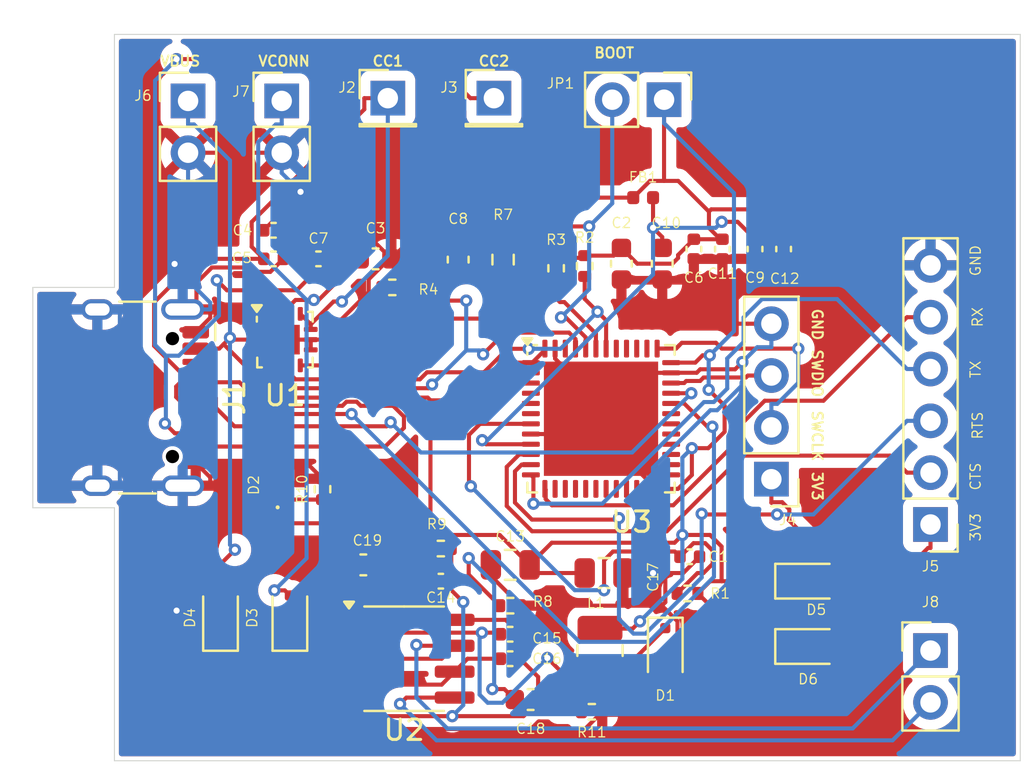
<source format=kicad_pcb>
(kicad_pcb (version 20241229) (generator "pcbnew") (generator_version "9.0")
  (layers (0 "F.Cu" signal) (2 "B.Cu" signal) (13 "F.Paste" user) (15 "B.Paste" user) (5 "F.SilkS" user "F.Silkscreen") (7 "B.SilkS" user "B.Silkscreen") (1 "F.Mask" user) (3 "B.Mask" user) (25 "Edge.Cuts" user))
  (net 0 "")
  (net 1 "GND")
  (net 2 "/VBUS")
  (net 3 "+3.3V")
  (net 4 "/NRST")
  (net 5 "Net-(U3-VDDA)")
  (net 6 "Net-(D1-K)")
  (net 7 "Net-(C18-Pad2)")
  (net 8 "/VIN")
  (net 9 "/VIN_ENA")
  (net 10 "/UART_RX")
  (net 11 "/UART_RTS")
  (net 12 "/UART_TX")
  (net 13 "/UART_CTS")
  (net 14 "/SWCLK")
  (net 15 "/SWDIO")
  (net 16 "/BOOT")
  (net 17 "/USB_DN")
  (net 18 "/USB_DP")
  (net 19 "/CC1")
  (net 20 "/CC2")
  (net 21 "/INT_N")
  (net 22 "/I2C_SDA")
  (net 23 "/I2C_SCL")
  (net 24 "/VCONN")
  (net 51 "Net-(D2-K)")
  (net 52 "Net-(D5-A)")
  (net 53 "Net-(U2-VSNS)")
  (net 54 "Net-(U2-PH)")
  (net 59 "Net-(D6-A)")
  (footprint "Connector_PinHeader_2.54mm:PinHeader_1x02_P2.54mm_Vertical" (layer "F.Cu") (at 117.8 77.26)
    (property "Reference" "J7")
    (property "Value" "VCONN_JP")
  )
  (footprint "Capacitor_SMD:C_0805_2012Metric" (layer "F.Cu") (at 129 100 180)
    (property "Reference" "C13")
    (property "Value" "47uF")
  )
  (footprint "Capacitor_SMD:C_0402_1005Metric" (layer "F.Cu") (at 125.6 100.8 180)
    (property "Reference" "C14")
    (property "Value" "1800pF")
  )
  (footprint "Resistor_SMD:R_0402_1005Metric" (layer "F.Cu") (at 129 102)
    (property "Reference" "R8")
    (property "Value" "549R")
  )
  (footprint "Capacitor_SMD:C_0603_1608Metric" (layer "F.Cu") (at 134.45 85.2375 -90)
    (property "Reference" "C2")
    (property "Value" "4.7uF")
  )
  (footprint "Capacitor_SMD:C_0603_1608Metric" (layer "F.Cu") (at 126.45 85.0375 90)
    (property "Reference" "C8")
    (property "Value" "4.7uF")
  )
  (footprint "Capacitor_SMD:C_0402_1005Metric" (layer "F.Cu") (at 141 84.52 -90)
    (property "Reference" "C9")
    (property "Value" "10nF")
  )
  (footprint "Capacitor_SMD:C_0805_2012Metric" (layer "F.Cu") (at 133.6 100.4)
    (property "Reference" "C17")
    (property "Value" "47uF")
  )
  (footprint "Package_DFN_QFN:QFN-48-1EP_7x7mm_P0.5mm_EP5.6x5.6mm" (layer "F.Cu") (at 133.45 92.8375)
    (property "Reference" "U3")
    (property "Value" "STM32F072CBUx")
  )
  (footprint "Resistor_SMD:R_0402_1005Metric" (layer "F.Cu") (at 125.6 99.2 180)
    (property "Reference" "R9")
    (property "Value" "10k")
  )
  (footprint "Inductor_SMD:L_1008_2520Metric" (layer "F.Cu") (at 133.4 104.2 90)
    (property "Reference" "L1")
    (property "Value" "18uH")
  )
  (footprint "Capacitor_SMD:C_0603_1608Metric" (layer "F.Cu") (at 122.4 85)
    (property "Reference" "C3")
    (property "Value" "10uF")
  )
  (footprint "Diode_SMD:D_SOD-323" (layer "F.Cu") (at 143.6 100.8)
    (property "Reference" "D5")
    (property "Value" "1N5819WS")
  )
  (footprint "Connector_PinHeader_2.54mm:PinHeader_1x04_P2.54mm_Vertical" (layer "F.Cu") (at 141.8 95.8 180)
    (property "Reference" "J4")
    (property "Value" "Debug Port")
  )
  (footprint "Connector_PinHeader_2.54mm:PinHeader_1x01_P2.54mm_Vertical" (layer "F.Cu") (at 123 77.125)
    (property "Reference" "J2")
    (property "Value" "CC1_TP")
  )
  (footprint "Connector_PinHeader_2.54mm:PinHeader_1x02_P2.54mm_Vertical" (layer "F.Cu") (at 149.6 104.2)
    (property "Reference" "J8")
    (property "Value" "VIN_ENA_JP")
  )
  (footprint "Resistor_SMD:R_0603_1608Metric" (layer "F.Cu") (at 128.65 85.0375 -90)
    (property "Reference" "R7")
    (property "Value" "100k")
  )
  (footprint "Resistor_SMD:R_0402_1005Metric" (layer "F.Cu") (at 123.22 86.4 180)
    (property "Reference" "R4")
    (property "Value" "4.7k")
  )
  (footprint "Capacitor_SMD:C_0402_1005Metric" (layer "F.Cu") (at 129 103.4 180)
    (property "Reference" "C15")
    (property "Value" "0.01uF")
  )
  (footprint "Package_DFN_QFN:WQFN-14-1EP_2.5x2.5mm_P0.5mm_EP1.45x1.45mm" (layer "F.Cu") (at 117.96 88.96)
    (property "Reference" "U1")
    (property "Value" "FUSB302BMPX")
  )
  (footprint "Resistor_SMD:R_0402_1005Metric" (layer "F.Cu") (at 133 107.2)
    (property "Reference" "R11")
    (property "Value" "5.9k")
  )
  (footprint "Resistor_SMD:R_0402_1005Metric" (layer "F.Cu") (at 137.69 101.4 180)
    (property "Reference" "R1")
    (property "Value" "10k")
  )
  (footprint "Inductor_SMD:L_0402_1005Metric" (layer "F.Cu") (at 135.515 82)
    (property "Reference" "FB1")
    (property "Value" "600R")
  )
  (footprint "Connector_PinHeader_2.54mm:PinHeader_1x02_P2.54mm_Vertical" (layer "F.Cu") (at 136.54 77.2 -90)
    (property "Reference" "JP1")
    (property "Value" "Boot_Jumper")
  )
  (footprint "Capacitor_SMD:C_0402_1005Metric" (layer "F.Cu") (at 137.8 99.6)
    (property "Reference" "C1")
    (property "Value" "10nF")
  )
  (footprint "Capacitor_SMD:C_0402_1005Metric" (layer "F.Cu") (at 129 104.6 180)
    (property "Reference" "C16")
    (property "Value" "150pF")
  )
  (footprint "Capacitor_SMD:C_0603_1608Metric" (layer "F.Cu") (at 130 106.6 180)
    (property "Reference" "C18")
    (property "Value" "0.1uF")
  )
  (footprint "Package_SO:SOIC-8_3.9x4.9mm_P1.27mm" (layer "F.Cu") (at 123.8 104.6)
    (property "Reference" "U2")
    (property "Value" "TPS5420D")
  )
  (footprint "Resistor_SMD:R_0402_1005Metric" (layer "F.Cu") (at 131.25 85.4625 -90)
    (property "Reference" "R3")
    (property "Value" "4.7k")
  )
  (footprint "Capacitor_SMD:C_0603_1608Metric" (layer "F.Cu") (at 121.8 100)
    (property "Reference" "C19")
    (property "Value" "4.7uF")
  )
  (footprint "Capacitor_SMD:C_0603_1608Metric" (layer "F.Cu") (at 136.45 85.2375 -90)
    (property "Reference" "C10")
    (property "Value" "1uF")
  )
  (footprint "Diode_SMD:D_SOD-323F" (layer "F.Cu") (at 136.6 104.2 -90)
    (property "Reference" "D1")
    (property "Value" "BAT54J")
  )
  (footprint "LED_SMD:LED_0402_1005Metric" (layer "F.Cu") (at 117.6 96.09 90)
    (property "Reference" "D2")
    (property "Value" "PWR_LED")
  )
  (footprint "Capacitor_SMD:C_0402_1005Metric" (layer "F.Cu") (at 139.4 84.52 -90)
    (property "Reference" "C11")
    (property "Value" "100nF")
  )
  (footprint "Resistor_SMD:R_0402_1005Metric" (layer "F.Cu") (at 132.65 85.3525 -90)
    (property "Reference" "R2")
    (property "Value" "4.7k")
  )
  (footprint "Connector_PinHeader_2.54mm:PinHeader_1x01_P2.54mm_Vertical" (layer "F.Cu") (at 128.2 77.125)
    (property "Reference" "J3")
    (property "Value" "CC2_TP")
  )
  (footprint "Capacitor_SMD:C_0402_1005Metric" (layer "F.Cu") (at 117.4 83.6)
    (property "Reference" "C4")
    (property "Value" "0.1uF")
  )
  (footprint "Diode_SMD:D_SOD-323F" (layer "F.Cu") (at 118.2 102.6 90)
    (property "Reference" "D3")
    (property "Value" "BAT54J")
  )
  (footprint "Resistor_SMD:R_0402_1005Metric" (layer "F.Cu") (at 119.8 96.29 90)
    (property "Reference" "R10")
    (property "Value" "1k")
  )
  (footprint "Capacitor_SMD:C_0402_1005Metric" (layer "F.Cu") (at 142.4 84.52 -90)
    (property "Reference" "C12")
    (property "Value" "100nF")
  )
  (footprint "Connector_PinHeader_2.54mm:PinHeader_1x02_P2.54mm_Vertical" (layer "F.Cu") (at 113.21 77.26)
    (property "Reference" "J6")
    (property "Value" "VBUS_JP")
  )
  (footprint "Diode_SMD:D_SOD-323F" (layer "F.Cu") (at 114.8 102.6 90)
    (property "Reference" "D4")
    (property "Value" "BAT54J")
  )
  (footprint "Capacitor_SMD:C_0402_1005Metric" (layer "F.Cu") (at 117.4 85)
    (property "Reference" "C5")
    (property "Value" "200pF")
  )
  (footprint "Capacitor_SMD:C_0402_1005Metric" (layer "F.Cu") (at 138 84.52 -90)
    (property "Reference" "C6")
    (property "Value" "100nF")
  )
  (footprint "Connector_PinHeader_2.54mm:PinHeader_1x06_P2.54mm_Vertical" (layer "F.Cu") (at 149.6 98.02 180)
    (property "Reference" "J5")
    (property "Value" "UART_Port")
  )
  (footprint "Capacitor_SMD:C_0402_1005Metric" (layer "F.Cu") (at 119.6 85)
    (property "Reference" "C7")
    (property "Value" "200pF")
  )
  (footprint "Connector_USB:USB_C_Receptacle_HCTL_HC-TYPE-C-16P-01A" (layer "F.Cu") (at 109.84 91.8 -90)
    (property "Reference" "J1")
    (property "Value" "USB_C_Receptacle_USB2.0_16P")
  )
  (footprint "Diode_SMD:D_SOD-323" (layer "F.Cu") (at 143.6 104)
    (property "Reference" "D6")
    (property "Value" "1N5819WS")
  )
  (gr_line (start 105.6 97.2) (end 109.6 97.2) (stroke (width 0.05)) (layer "Edge.Cuts"))
  (gr_line (start 109.6 74) (end 154 74) (stroke (width 0.05)) (layer "Edge.Cuts"))
  (gr_line (start 109.6 86.4) (end 105.6 86.4) (stroke (width 0.05)) (layer "Edge.Cuts"))
  (gr_line (start 154 74) (end 154 109.6) (stroke (width 0.05)) (layer "Edge.Cuts"))
  (gr_line (start 109.6 97.2) (end 109.6 109.6) (stroke (width 0.05)) (layer "Edge.Cuts"))
  (gr_line (start 109.6 109.6) (end 154 109.6) (stroke (width 0.05)) (layer "Edge.Cuts"))
  (gr_line (start 109.6 86.4) (end 109.6 74) (stroke (width 0.05)) (layer "Edge.Cuts"))
  (gr_line (start 105.6 86.4) (end 105.6 97.2) (stroke (width 0.05)) (layer "Edge.Cuts"))
  (gr_text "SWDIO" (at 143.755 89.39 270) (layer "F.SilkS") (effects (font (size 0.5 0.5) (thickness 0.1) (bold yes)) (justify left bottom)))
  (gr_text "BOOT" (at 133.065 75.2 0) (layer "F.SilkS") (effects (font (size 0.5 0.5) (thickness 0.1) (bold yes)) (justify left bottom)))
  (gr_text "CC1" (at 122.2 75.6 0) (layer "F.SilkS") (effects (font (size 0.5 0.5) (thickness 0.1) (bold yes)) (justify left bottom)))
  (gr_text "VBUS" (at 111.8 75.6 0) (layer "F.SilkS") (effects (font (size 0.5 0.5) (thickness 0.1) (bold yes)) (justify left bottom)))
  (gr_text "GND" (at 152.1 85.89 90) (layer "F.SilkS") (effects (font (size 0.5 0.5) (thickness 0.0625)) (justify left bottom)))
  (gr_text "TX" (at 152.1 90.89 90) (layer "F.SilkS") (effects (font (size 0.5 0.5) (thickness 0.0625)) (justify left bottom)))
  (gr_text "3V3" (at 152.1 98.89 90) (layer "F.SilkS") (effects (font (size 0.5 0.5) (thickness 0.0625)) (justify left bottom)))
  (gr_text "GND" (at 143.755 87.39 270) (layer "F.SilkS") (effects (font (size 0.5 0.5) (thickness 0.1) (bold yes)) (justify left bottom)))
  (gr_text "VCONN" (at 116.6 75.6 0) (layer "F.SilkS") (effects (font (size 0.5 0.5) (thickness 0.1) (bold yes)) (justify left bottom)))
  (gr_text "SWCLK" (at 143.755 92.39 270) (layer "F.SilkS") (effects (font (size 0.5 0.5) (thickness 0.1) (bold yes)) (justify left bottom)))
  (gr_text "3V3" (at 143.755 95.39 270) (layer "F.SilkS") (effects (font (size 0.5 0.5) (thickness 0.1) (bold yes)) (justify left bottom)))
  (gr_text "RX" (at 152.2 88.39 90) (layer "F.SilkS") (effects (font (size 0.5 0.5) (thickness 0.0625)) (justify left bottom)))
  (gr_text "CTS" (at 152.1 96.39 90) (layer "F.SilkS") (effects (font (size 0.5 0.5) (thickness 0.0625)) (justify left bottom)))
  (gr_text "CC2" (at 127.4 75.6 0) (layer "F.SilkS") (effects (font (size 0.5 0.5) (thickness 0.1) (bold yes)) (justify left bottom)))
  (gr_text "RTS" (at 152.2 93.89 90) (layer "F.SilkS") (effects (font (size 0.5 0.5) (thickness 0.0625)) (justify left bottom)))
  (segment (start 135.7 96.275) (end 135.7 95.8138) (width 0.2) (layer "F.Cu") (net 1))
  (segment (start 119.9974 105.87) (end 119.9974 106.8217) (width 0.2) (layer "F.Cu") (net 1))
  (segment (start 135.7 90.5875) (end 136.0249 90.5875) (width 0.2) (layer "F.Cu") (net 1))
  (segment (start 138 86.0125) (end 136.45 86.0125) (width 0.2) (layer "F.Cu") (net 1))
  (segment (start 141.8 88.18) (end 140.6483 88.18) (width 0.2) (layer "F.Cu") (net 1))
  (segment (start 119.8 95.78) (end 119.0061 94.9861) (width 0.2) (layer "F.Cu") (net 1))
  (segment (start 148.1283 85) (end 142.4 85) (width 0.2) (layer "F.Cu") (net 1))
  (segment (start 131.8966 90.5875) (end 131.2 89.8909) (width 0.2) (layer "F.Cu") (net 1))
  (segment (start 140.0249 90.4135) (end 138.3114 90.4135) (width 0.2) (layer "F.Cu") (net 1))
  (segment (start 141.57 85) (end 141 85) (width 0.2) (layer "F.Cu") (net 1))
  (segment (start 123.9125 84.2625) (end 123.175 85) (width 0.2) (layer "F.Cu") (net 1))
  (segment (start 138.3114 90.4135) (end 138.1407 90.5842) (width 0.2) (layer "F.Cu") (net 1))
  (segment (start 138 86.0125) (end 138 85) (width 0.2) (layer "F.Cu") (net 1))
  (segment (start 133.45 92.8375) (end 133.45 93.5875) (width 0.2) (layer "F.Cu") (net 1))
  (segment (start 110.3189 87.48) (end 112.5491 85.2498) (width 0.2) (layer "F.Cu") (net 1))
  (segment (start 114.3773 85.4238) (end 116.2431 85.4238) (width 0.2) (layer "F.Cu") (net 1))
  (segment (start 122.0646 86.6288) (end 122.0646 86.0015) (width 0.2) (layer "F.Cu") (net 1))
  (segment (start 117.96 88.96) (end 118.9867 88.96) (width 0.2) (layer "F.Cu") (net 1))
  (segment (start 113.6209 86.1802) (end 114.3773 85.4238) (width 0.2) (layer "F.Cu") (net 1))
  (segment (start 137.1982 102.7646) (end 137.1982 104.7018) (width 0.2) (layer "F.Cu") (net 1))
  (segment (start 136.4336 102) (end 136.6028 101.8308) (width 0.2) (layer "F.Cu") (net 1))
  (segment (start 114.2967 95.7117) (end 113.585 95) (width 0.2) (layer "F.Cu") (net 1))
  (segment (start 114.2967 96.12) (end 114.2967 95.7117) (width 0.2) (layer "F.Cu") (net 1))
  (segment (start 133.45 93.5875) (end 130.0125 93.5875) (width 0.2) (layer "F.Cu") (net 1))
  (segment (start 108.765 87.48) (end 110.3189 87.48) (width 0.2) (layer "F.Cu") (net 1))
  (segment (start 135.9995 100.4) (end 134.55 100.4) (width 0.2) (layer "F.Cu") (net 1))
  (segment (start 125.64 105.87) (end 126.275 105.235) (width 0.2) (layer "F.Cu") (net 1))
  (segment (start 117.2423 85.6377) (end 117.88 85) (width 0.2) (layer "F.Cu") (net 1))
  (segment (start 117.88 85) (end 117.88 83.6) (width 0.2) (layer "F.Cu") (net 1))
  (segment (start 129.51 102) (end 128.05 100.54) (width 0.2) (layer "F.Cu") (net 1))
  (segment (start 119.2225 88.96) (end 119.2225 89.46) (width 0.2) (layer "F.Cu") (net 1))
  (segment (start 126.91 104.6) (end 126.275 105.235) (width 0.2) (layer "F.Cu") (net 1))
  (segment (start 113.6209 87.48) (end 114.2967 87.48) (width 0.2) (layer "F.Cu") (net 1))
  (segment (start 118.9867 88.96) (end 119.2225 88.96) (width 0.2) (layer "F.Cu") (net 1))
  (segment (start 136.0249 90.5875) (end 136.8875 90.5875) (width 0.2) (layer "F.Cu") (net 1))
  (segment (start 141.57 85) (end 139.4 85) (width 0.2) (layer "F.Cu") (net 1))
  (segment (start 119.0061 94.9861) (end 115.0223 94.9861) (width 0.2) (layer "F.Cu") (net 1))
  (segment (start 112.6473 102.2415) (end 112.6473 102.4622) (width 0.2) (layer "F.Cu") (net 1))
  (segment (start 136.8908 90.5842) (end 136.8875 90.5875) (width 0.2) (layer "F.Cu") (net 1))
  (segment (start 119.7334 88.96) (end 122.0646 86.6288) (width 0.2) (layer "F.Cu") (net 1))
  (segment (start 123.175 85) (end 119.8903 81.7153) (width 0.2) (layer "F.Cu") (net 1))
  (segment (start 128.6 84.2625) (end 126.45 84.2625) (width 0.2) (layer "F.Cu") (net 1))
  (segment (start 115.0223 94.9861) (end 114.2967 95.7117) (width 0.2) (layer "F.Cu") (net 1))
  (segment (start 113.585 88.6) (end 114.2967 87.8883) (width 0.2) (layer "F.Cu") (net 1))
  (segment (start 140.3784 90.06) (end 140.0249 90.4135) (width 0.2) (layer "F.Cu") (net 1))
  (segment (start 117.8 79.8) (end 113.21 79.8) (width 0.2) (layer "F.Cu") (net 1))
  (segment (start 122.575 98.555) (end 119.8 95.78) (width 0.2) (layer "F.Cu") (net 1))
  (segment (start 129.51 102) (end 136.4336 102) (width 0.2) (layer "F.Cu") (net 1))
  (segment (start 114.2967 87.8883) (end 114.2967 87.48) (width 0.2) (layer "F.Cu") (net 1))
  (segment (start 136.45 86.0125) (end 134.45 86.0125) (width 0.2) (layer "F.Cu") (net 1))
  (segment (start 132.6649 108.0451) (end 133.51 107.2) (width 0.2) (layer "F.Cu") (net 1))
  (segment (start 136.4336 102) (end 137.1982 102.7646) (width 0.2) (layer "F.Cu") (net 1))
  (segment (start 136.0249 90.5875) (end 131.8966 90.5875) (width 0.2) (layer "F.Cu") (net 1))
  (segment (start 122.0646 86.0015) (end 123.0661 85) (width 0.2) (layer "F.Cu") (net 1))
  (segment (start 108.765 96.12) (end 112.945 96.12) (width 0.2) (layer "F.Cu") (net 1))
  (segment (start 112.945 87.48) (end 113.6209 87.48) (width 0.2) (layer "F.Cu") (net 1))
  (segment (start 128.52 104.6) (end 126.91 104.6) (width 0.2) (layer "F.Cu") (net 1))
  (segment (start 136.6028 100.4) (end 135.9995 100.4) (width 0.2) (layer "F.Cu") (net 1))
  (segment (start 128.65 84.2125) (end 128.6 84.2625) (width 0.2) (layer "F.Cu") (net 1))
  (segment (start 119.9974 106.8217) (end 121.2208 108.0451) (width 0.2) (layer "F.Cu") (net 1))
  (segment (start 126.45 84.2625) (end 123.9125 84.2625) (width 0.2) (layer "F.Cu") (net 1))
  (segment (start 135.7 95.8138) (end 133.4737 93.5875) (width 0.2) (layer "F.Cu") (net 1))
  (segment (start 123.0661 85) (end 123.175 85) (width 0.2) (layer "F.Cu") (net 1))
  (segment (start 140.1675 88.18) (end 140.6483 88.18) (width 0.2) (layer "F.Cu") (net 1))
  (segment (start 139.4 85) (end 138 85) (width 0.2) (layer "F.Cu") (net 1))
  (segment (start 137.48 100.4) (end 136.6028 100.4) (width 0.2) (layer "F.Cu") (net 1))
  (segment (start 149.6 85.32) (end 148.4483 85.32) (width 0.2) (layer "F.Cu") (net 1))
  (segment (start 122.575 100) (end 122.575 98.555) (width 0.2) (layer "F.Cu") (net 1))
  (segment (start 116.0551 105.87) (end 119.9974 105.87) (width 0.2) (layer "F.Cu") (net 1))
  (segment (start 137.1982 104.7018) (end 136.6 105.3) (width 0.2) (layer "F.Cu") (net 1))
  (segment (start 116.457 85.6377) (end 117.2423 85.6377) (width 0.2) (layer "F.Cu") (net 1))
  (segment (start 121.2208 108.0451) (end 132.6649 108.0451) (width 0.2) (layer "F.Cu") (net 1))
  (segment (start 135.41 105.3) (end 133.51 107.2) (width 0.2) (layer "F.Cu") (net 1))
  (segment (start 138.1407 90.5842) (end 136.8908 90.5842) (width 0.2) (layer "F.Cu") (net 1))
  (segment (start 128.05 100.54) (end 128.05 100) (width 0.2) (layer "F.Cu") (net 1))
  (segment (start 133.45 92.8375) (end 135.7 90.5875) (width 0.2) (layer "F.Cu") (net 1))
  (segment (start 142.4 85) (end 141.57 85) (width 0.2) (layer "F.Cu") (net 1))
  (segment (start 112.945 96.12) (end 114.2967 96.12) (width 0.2) (layer "F.Cu") (net 1))
  (segment (start 138 86.0125) (end 140.1675 88.18) (width 0.2) (layer "F.Cu") (net 1))
  (segment (start 133.4737 93.5875) (end 133.45 93.5875) (width 0.2) (layer "F.Cu") (net 1))
  (segment (start 138.28 99.6) (end 137.48 100.4) (width 0.2) (layer "F.Cu") (net 1))
  (segment (start 119.2225 88.96) (end 119.7334 88.96) (width 0.2) (layer "F.Cu") (net 1))
  (segment (start 119.12 85) (end 117.88 85) (width 0.2) (layer "F.Cu") (net 1))
  (segment (start 131.2 89.8909) (end 131.2 89.4) (width 0.2) (layer "F.Cu") (net 1))
  (segment (start 113.6209 87.48) (end 113.6209 86.1802) (width 0.2) (layer "F.Cu") (net 1))
  (segment (start 148.4483 85.32) (end 148.1283 85) (width 0.2) (layer "F.Cu") (net 1))
  (segment (start 116.2431 85.4238) (end 116.457 85.6377) (width 0.2) (layer "F.Cu") (net 1))
  (segment (start 119.8903 81.7153) (end 118.7224 81.7153) (width 0.2) (layer "F.Cu") (net 1))
  (segment (start 119.9974 105.87) (end 125.64 105.87) (width 0.2) (layer "F.Cu") (net 1))
  (segment (start 136.6 105.3) (end 135.41 105.3) (width 0.2) (layer "F.Cu") (net 1))
  (segment (start 112.6473 102.4622) (end 116.0551 105.87) (width 0.2) (layer "F.Cu") (net 1))
  (segment (start 136.6028 100.4) (end 136.6028 101.8308) (width 0.2) (layer "F.Cu") (net 1))
  (via (at 112.5491 85.2498) (size 0.6) (drill 0.3) (layers "F.Cu" "B.Cu") (net 1))
  (via (at 118.7224 81.7153) (size 0.6) (drill 0.3) (layers "F.Cu" "B.Cu") (net 1))
  (via (at 140.3784 90.06) (size 0.6) (drill 0.3) (layers "F.Cu" "B.Cu") (net 1))
  (via (at 135.9995 100.4) (size 0.6) (drill 0.3) (layers "F.Cu" "B.Cu") (net 1))
  (via (at 112.6473 102.2415) (size 0.6) (drill 0.3) (layers "F.Cu" "B.Cu") (net 1))
  (segment (start 141.8 88.18) (end 141.8 89.3317) (width 0.2) (layer "B.Cu") (net 1))
  (segment (start 135.9995 95.2299) (end 138.809 92.4204) (width 0.2) (layer "B.Cu") (net 1))
  (segment (start 112.5491 85.2498) (end 112.8083 85.2498) (width 0.2) (layer "B.Cu") (net 1))
  (segment (start 141.1067 89.3317) (end 140.3784 90.06) (width 0.2) (layer "B.Cu") (net 1))
  (segment (start 113.21 86.0613) (end 113.2101 86.0613) (width 0.2) (layer "B.Cu") (net 1))
  (segment (start 113.2101 86.0613) (end 114.2967 87.1479) (width 0.2) (layer "B.Cu") (net 1))
  (segment (start 118.7224 81.7153) (end 117.8 80.7929) (width 0.2) (layer "B.Cu") (net 1))
  (segment (start 140.3784 91.1844) (end 140.3784 90.06) (width 0.2) (layer "B.Cu") (net 1))
  (segment (start 141.8 89.3317) (end 141.1067 89.3317) (width 0.2) (layer "B.Cu") (net 1))
  (segment (start 111.5933 101.1875) (end 112.6473 102.2415) (width 0.2) (layer "B.Cu") (net 1))
  (segment (start 109.8667 96.12) (end 109.8667 87.48) (width 0.2) (layer "B.Cu") (net 1))
  (segment (start 138.809 92.4204) (end 139.1424 92.4204) (width 0.2) (layer "B.Cu") (net 1))
  (segment (start 113.21 85.6515) (end 113.21 86.0613) (width 0.2) (layer "B.Cu") (net 1))
  (segment (start 112.8083 85.2498) (end 113.21 85.6515) (width 0.2) (layer "B.Cu") (net 1))
  (segment (start 108.765 87.48) (end 109.8667 87.48) (width 0.2) (layer "B.Cu") (net 1))
  (segment (start 112.945 87.48) (end 114.2967 87.48) (width 0.2) (layer "B.Cu") (net 1))
  (segment (start 117.8 80.7929) (end 117.8 79.8) (width 0.2) (layer "B.Cu") (net 1))
  (segment (start 108.765 96.12) (end 109.8667 96.12) (width 0.2) (layer "B.Cu") (net 1))
  (segment (start 112.8083 85.2498) (end 113.21 84.8481) (width 0.2) (layer "B.Cu") (net 1))
  (segment (start 111.5933 96.12) (end 111.5933 101.1875) (width 0.2) (layer "B.Cu") (net 1))
  (segment (start 135.9995 100.4) (end 135.9995 95.2299) (width 0.2) (layer "B.Cu") (net 1))
  (segment (start 114.2967 87.1479) (end 114.2967 87.48) (width 0.2) (layer "B.Cu") (net 1))
  (segment (start 112.945 96.12) (end 111.5933 96.12) (width 0.2) (layer "B.Cu") (net 1))
  (segment (start 113.21 84.8481) (end 113.21 79.8) (width 0.2) (layer "B.Cu") (net 1))
  (segment (start 139.1424 92.4204) (end 140.3784 91.1844) (width 0.2) (layer "B.Cu") (net 1))
  (segment (start 115.5062 99.2581) (end 114.8 99.9643) (width 0.2) (layer "F.Cu") (net 2))
  (segment (start 114.8 99.9643) (end 114.8 101.5) (width 0.2) (layer "F.Cu") (net 2))
  (segment (start 117.9716 92.2039) (end 114.9512 89.1835) (width 0.2) (layer "F.Cu") (net 2))
  (segment (start 113.585 89.4) (end 114.7347 89.4) (width 0.2) (layer "F.Cu") (net 2))
  (segment (start 115.3541 88.96) (end 116.6975 88.96) (width 0.2) (layer "F.Cu") (net 2))
  (segment (start 121.4732 92.0039) (end 120.9749 92.0039) (width 0.2) (layer "F.Cu") (net 2))
  (segment (start 123.7907 92.7328) (end 123.2618 92.2039) (width 0.2) (layer "F.Cu") (net 2))
  (segment (start 122.8738 94.2) (end 123.7907 93.2831) (width 0.2) (layer "F.Cu") (net 2))
  (segment (start 123.7907 93.2831) (end 123.7907 92.7328) (width 0.2) (layer "F.Cu") (net 2))
  (segment (start 113.585 94.2) (end 122.8738 94.2) (width 0.2) (layer "F.Cu") (net 2))
  (segment (start 115.2644 88.8703) (end 115.3541 88.96) (width 0.2) (layer "F.Cu") (net 2))
  (segment (start 120.7749 92.2039) (end 117.9716 92.2039) (width 0.2) (layer "F.Cu") (net 2))
  (segment (start 114.9512 89.1835) (end 115.2644 88.8703) (width 0.2) (layer "F.Cu") (net 2))
  (segment (start 123.2618 92.2039) (end 121.6732 92.2039) (width 0.2) (layer "F.Cu") (net 2))
  (segment (start 114.7347 89.4) (end 114.9512 89.1835) (width 0.2) (layer "F.Cu") (net 2))
  (segment (start 120.9749 92.0039) (end 120.7749 92.2039) (width 0.2) (layer "F.Cu") (net 2))
  (segment (start 121.6732 92.2039) (end 121.4732 92.0039) (width 0.2) (layer "F.Cu") (net 2))
  (via (at 115.2644 88.8703) (size 0.6) (drill 0.3) (layers "F.Cu" "B.Cu") (net 2))
  (via (at 115.5062 99.2581) (size 0.6) (drill 0.3) (layers "F.Cu" "B.Cu") (net 2))
  (segment (start 113.21 78.4117) (end 113.4979 78.4117) (width 0.2) (layer "B.Cu") (net 2))
  (segment (start 115.2644 88.8703) (end 115.2644 99.0163) (width 0.2) (layer "B.Cu") (net 2))
  (segment (start 113.21 77.26) (end 113.21 78.4117) (width 0.2) (layer "B.Cu") (net 2))
  (segment (start 113.4979 78.4117) (end 115.2644 80.1782) (width 0.2) (layer "B.Cu") (net 2))
  (segment (start 115.2644 80.1782) (end 115.2644 88.8703) (width 0.2) (layer "B.Cu") (net 2))
  (segment (start 115.2644 99.0163) (end 115.5062 99.2581) (width 0.2) (layer "B.Cu") (net 2))
  (segment (start 116.923 96.8758) (end 116.923 96.282) (width 0.2) (layer "F.Cu") (net 3))
  (segment (start 138.8506 82.5744) (end 138.7398 82.6852) (width 0.2) (layer "F.Cu") (net 3))
  (segment (start 125.09 98.5343) (end 125.09 99.2) (width 0.2) (layer "F.Cu") (net 3))
  (segment (start 137.2276 84.9591) (end 137.2276 84.8124) (width 0.2) (layer "F.Cu") (net 3))
  (segment (start 137.4381 98.5329) (end 137.0567 98.9143) (width 0.2) (layer "F.Cu") (net 3))
  (segment (start 139.3604 100.8) (end 138.8 100.8) (width 0.2) (layer "F.Cu") (net 3))
  (segment (start 117.21 90.2225) (end 116.6975 89.71) (width 0.2) (layer "F.Cu") (net 3))
  (segment (start 125.09 99.2) (end 125.09 100.77) (width 0.2) (layer "F.Cu") (net 3))
  (segment (start 139.2972 84.04) (end 139.4 84.04) (width 0.2) (layer "F.Cu") (net 3))
  (segment (start 138.7071 94.2795) (end 139.5082 93.4784) (width 0.2) (layer "F.Cu") (net 3))
  (segment (start 139.3604 100.8) (end 139.3604 99.0996) (width 0.2) (layer "F.Cu") (net 3))
  (segment (start 130.35 100.4) (end 129.95 100) (width 0.2) (layer "F.Cu") (net 3))
  (segment (start 131.25 84.9525) (end 132.54 84.9525) (width 0.2) (layer "F.Cu") (net 3))
  (segment (start 118.1616 91.8022) (end 117.21 90.8506) (width 0.2) (layer "F.Cu") (net 3))
  (segment (start 126.45 85.8125) (end 126.4153 85.7778) (width 0.2) (layer "F.Cu") (net 3))
  (segment (start 125.09 91.9354) (end 127.0099 91.9354) (width 0.2) (layer "F.Cu") (net 3))
  (segment (start 136.9492 85.2375) (end 137.2276 84.9591) (width 0.2) (layer "F.Cu") (net 3))
  (segment (start 128.8578 90.0875) (end 130.0125 90.0875) (width 0.2) (layer "F.Cu") (net 3))
  (segment (start 130.0125 90.0875) (end 130.0793 90.0875) (width 0.2) (layer "F.Cu") (net 3))
  (segment (start 136.54 77.2) (end 136.54 81.18) (width 0.2) (layer "F.Cu") (net 3))
  (segment (start 120.6086 91.8022) (end 118.1616 91.8022) (width 0.2) (layer "F.Cu") (net 3))
  (segment (start 132.54 84.9525) (end 132.65 84.8425) (width 0.2) (layer "F.Cu") (net 3))
  (segment (start 121.6395 91.6022) (end 120.8086 91.6022) (width 0.2) (layer "F.Cu") (net 3))
  (segment (start 137.9029 94.2795) (end 138.7071 94.2795) (width 0.2) (layer "F.Cu") (net 3))
  (segment (start 130.7 89.4668) (end 130.7 89.4) (width 0.2) (layer "F.Cu") (net 3))
  (segment (start 138.4269 89.73) (end 138.0694 90.0875) (width 0.2) (layer "F.Cu") (net 3))
  (segment (start 136.2 96.275) (end 137.2221 96.275) (width 0.2) (layer "F.Cu") (net 3))
  (segment (start 138.7804 89.73) (end 138.4269 89.73) (width 0.2) (layer "F.Cu") (net 3))
  (segment (start 120.221 97.9602) (end 118.0074 97.9602) (width 0.2) (layer "F.Cu") (net 3))
  (segment (start 129.95 100) (end 128.4843 98.5343) (width 0.2) (layer "F.Cu") (net 3))
  (segment (start 132.65 84.8425) (end 134.07 84.8425) (width 0.2) (layer "F.Cu") (net 3))
  (segment (start 142.55 104) (end 140.8 104) (width 0.2) (layer "F.Cu") (net 3))
  (segment (start 142.55 100.8) (end 139.3604 100.8) (width 0.2) (layer "F.Cu") (net 3))
  (segment (start 126.4153 85.7778) (end 123.3322 85.7778) (width 0.2) (layer "F.Cu") (net 3))
  (segment (start 117.21 90.8506) (end 117.21 90.2225) (width 0.2) (layer "F.Cu") (net 3))
  (segment (start 139.4 84.04) (end 138 84.04) (width 0.2) (layer "F.Cu") (net 3))
  (segment (start 136.54 81.18) (end 137.2346 81.18) (width 0.2) (layer "F.Cu") (net 3))
  (segment (start 125.0648 100.7952) (end 122.0943 100.7952) (width 0.2) (layer "F.Cu") (net 3))
  (segment (start 126.45 85.8125) (end 127.225 85.0375) (width 0.2) (layer "F.Cu") (net 3))
  (segment (start 121.8 100.5009) (end 121.8 99.5392) (width 0.2) (layer "F.Cu") (net 3))
  (segment (start 139.3604 99.0996) (end 138.7937 98.5329) (width 0.2) (layer "F.Cu") (net 3))
  (segment (start 135.0012 103.125) (end 135.3597 102.7665) (width 0.2) (layer "F.Cu") (net 3))
  (segment (start 125.09 91.9354) (end 124.9568 91.8022) (width 0.2) (layer "F.Cu") (net 3))
  (segment (start 142.4 84.04) (end 140.9344 82.5744) (width 0.2) (layer "F.Cu") (net 3))
  (segment (start 134.45 84.4625) (end 135.225 85.2375) (width 0.2) (layer "F.Cu") (net 3))
  (segment (start 137.2346 81.18) (end 138.7398 82.6852) (width 0.2) (layer "F.Cu") (net 3))
  (segment (start 129.0544 85.0375) (end 132.0919 82) (width 0.2) (layer "F.Cu") (net 3))
  (segment (start 118.0074 97.9602) (end 116.923 96.8758) (width 0.2) (layer "F.Cu") (net 3))
  (segment (start 116.923 96.282) (end 117.6 95.605) (width 0.2) (layer "F.Cu") (net 3))
  (segment (start 125.09 91.9354) (end 125.09 98.5343) (width 0.2) (layer "F.Cu") (net 3))
  (segment (start 140.8 104) (end 138.2 101.4) (width 0.2) (layer "F.Cu") (net 3))
  (segment (start 138.0694 90.0875) (end 136.8875 90.0875) (width 0.2) (layer "F.Cu") (net 3))
  (segment (start 139.5082 92.1983) (end 138.7269 91.417) (width 0.2) (layer "F.Cu") (net 3))
  (segment (start 127.0099 91.9354) (end 128.8578 90.0875) (width 0.2) (layer "F.Cu") (net 3))
  (segment (start 121.8 99.5392) (end 120.221 97.9602) (width 0.2) (layer "F.Cu") (net 3))
  (segment (start 135.225 85.2375) (end 136.9492 85.2375) (width 0.2) (layer "F.Cu") (net 3))
  (segment (start 121.8395 91.8022) (end 121.6395 91.6022) (width 0.2) (layer "F.Cu") (net 3))
  (segment (start 134.07 84.8425) (end 134.45 84.4625) (width 0.2) (layer "F.Cu") (net 3))
  (segment (start 137.9029 95.5942) (end 137.9029 94.2795) (width 0.2) (layer "F.Cu") (net 3))
  (segment (start 135.85 81.18) (end 135.03 82) (width 0.2) (layer "F.Cu") (net 3))
  (segment (start 128.4843 98.5343) (end 125.09 98.5343) (width 0.2) (layer "F.Cu") (net 3))
  (segment (start 138.7398 83.4826) (end 139.2972 84.04) (width 0.2) (layer "F.Cu") (net 3))
  (segment (start 140.9344 82.5744) (end 138.8506 82.5744) (width 0.2) (layer "F.Cu") (net 3))
  (segment (start 138.7398 82.6852) (end 138.7398 83.4826) (width 0.2) (layer "F.Cu") (net 3))
  (segment (start 122.0943 100.7952) (end 121.8 100.5009) (width 0.2) (layer "F.Cu") (net 3))
  (segment (start 124.9568 91.8022) (end 121.8395 91.8022) (width 0.2) (layer "F.Cu") (net 3))
  (segment (start 120.8086 91.6022) (end 120.6086 91.8022) (width 0.2) (layer "F.Cu") (net 3))
  (segment (start 137.0567 98.9143) (end 131.0357 98.9143) (width 0.2) (layer "F.Cu") (net 3))
  (segment (start 116.6975 89.71) (end 116.6975 89.46) (width 0.2) (layer "F.Cu") (net 3))
  (segment (start 132.65 100.4) (end 130.35 100.4) (width 0.2) (layer "F.Cu") (net 3))
  (segment (start 125.09 100.77) (end 125.0648 100.7952) (width 0.2) (layer "F.Cu") (net 3))
  (segment (start 130.0793 90.0875) (end 130.7 89.4668) (width 0.2) (layer "F.Cu") (net 3))
  (segment (start 125.09 100.77) (end 125.12 100.8) (width 0.2) (layer "F.Cu") (net 3))
  (segment (start 138.8 100.8) (end 138.2 101.4) (width 0.2) (layer "F.Cu") (net 3))
  (segment (start 136.54 81.18) (end 135.85 81.18) (width 0.2) (layer "F.Cu") (net 3))
  (segment (start 138.7937 98.5329) (end 137.4381 98.5329) (width 0.2) (layer "F.Cu") (net 3))
  (segment (start 133.4 103.125) (end 135.0012 103.125) (width 0.2) (layer "F.Cu") (net 3))
  (segment (start 137.2276 84.8124) (end 138 84.04) (width 0.2) (layer "F.Cu") (net 3))
  (segment (start 127.225 85.0375) (end 129.0544 85.0375) (width 0.2) (layer "F.Cu") (net 3))
  (segment (start 131.0357 98.9143) (end 129.95 100) (width 0.2) (layer "F.Cu") (net 3))
  (segment (start 123.3322 85.7778) (end 122.71 86.4) (width 0.2) (layer "F.Cu") (net 3))
  (segment (start 137.2221 96.275) (end 137.9029 95.5942) (width 0.2) (layer "F.Cu") (net 3))
  (segment (start 132.0919 82) (end 135.03 82) (width 0.2) (layer "F.Cu") (net 3))
  (segment (start 139.5082 93.4784) (end 139.5082 92.1983) (width 0.2) (layer "F.Cu") (net 3))
  (via (at 138.7804 89.73) (size 0.6) (drill 0.3) (layers "F.Cu" "B.Cu") (net 3))
  (via (at 138.7269 91.417) (size 0.6) (drill 0.3) (layers "F.Cu" "B.Cu") (net 3))
  (via (at 137.9029 94.2795) (size 0.6) (drill 0.3) (layers "F.Cu" "B.Cu") (net 3))
  (via (at 137.4381 98.5329) (size 0.6) (drill 0.3) (layers "F.Cu" "B.Cu") (net 3))
  (via (at 135.3597 102.7665) (size 0.6) (drill 0.3) (layers "F.Cu" "B.Cu") (net 3))
  (segment (start 139.9669 81.7786) (end 139.9669 88.5435) (width 0.2) (layer "B.Cu") (net 3))
  (segment (start 137.4381 94.7443) (end 137.9029 94.2795) (width 0.2) (layer "B.Cu") (net 3))
  (segment (start 136.54 78.3517) (end 139.9669 81.7786) (width 0.2) (layer "B.Cu") (net 3))
  (segment (start 138.7804 89.73) (end 138.7269 89.7835) (width 0.2) (layer "B.Cu") (net 3))
  (segment (start 137.4381 100.6881) (end 137.4381 98.5329) (width 0.2) (layer "B.Cu") (net 3))
  (segment (start 136.54 77.2) (end 136.54 78.3517) (width 0.2) (layer "B.Cu") (net 3))
  (segment (start 138.7269 89.7835) (end 138.7269 91.417) (width 0.2) (layer "B.Cu") (net 3))
  (segment (start 137.4381 98.5329) (end 137.4381 94.7443) (width 0.2) (layer "B.Cu") (net 3))
  (segment (start 139.9669 88.5435) (end 138.7804 89.73) (width 0.2) (layer "B.Cu") (net 3))
  (segment (start 135.3597 102.7665) (end 137.4381 100.6881) (width 0.2) (layer "B.Cu") (net 3))
  (segment (start 126.9788 96.0583) (end 126.9788 93.628) (width 0.2) (layer "F.Cu") (net 4))
  (segment (start 138.5579 98.9357) (end 137.9843 98.9357) (width 0.2) (layer "F.Cu") (net 4))
  (segment (start 134.0366 99.3449) (end 137.0649 99.3449) (width 0.2) (layer "F.Cu") (net 4))
  (segment (start 133.6 99.7815) (end 134.0366 99.3449) (width 0.2) (layer "F.Cu") (net 4))
  (segment (start 137.18 101.4) (end 138.1802 100.3998) (width 0.2) (layer "F.Cu") (net 4))
  (segment (start 137.0649 99.3449) (end 137.32 99.6) (width 0.2) (layer "F.Cu") (net 4))
  (segment (start 127.5193 93.0875) (end 130.0125 93.0875) (width 0.2) (layer "F.Cu") (net 4))
  (segment (start 138.4714 100.3998) (end 138.924 99.9472) (width 0.2) (layer "F.Cu") (net 4))
  (segment (start 137.9843 98.9357) (end 137.32 99.6) (width 0.2) (layer "F.Cu") (net 4))
  (segment (start 138.924 99.9472) (end 138.924 99.3018) (width 0.2) (layer "F.Cu") (net 4))
  (segment (start 138.1802 100.3998) (end 138.4714 100.3998) (width 0.2) (layer "F.Cu") (net 4))
  (segment (start 127.0685 96.148) (end 126.9788 96.0583) (width 0.2) (layer "F.Cu") (net 4))
  (segment (start 127.0685 96.148) (end 126.9788 96.0583) (width 0.2) (layer "F.Cu") (net 4))
  (segment (start 138.924 99.3018) (end 138.5579 98.9357) (width 0.2) (layer "F.Cu") (net 4))
  (segment (start 126.9788 93.628) (end 127.5193 93.0875) (width 0.2) (layer "F.Cu") (net 4))
  (segment (start 133.6 101.2403) (end 133.6 99.7815) (width 0.2) (layer "F.Cu") (net 4))
  (segment (start 126.9788 96.0583) (end 127.0685 96.148) (width 0.2) (layer "F.Cu") (net 4))
  (via (at 133.6 101.2403) (size 0.6) (drill 0.3) (layers "F.Cu" "B.Cu") (net 4))
  (via (at 127.0685 96.148) (size 0.6) (drill 0.3) (layers "F.Cu" "B.Cu") (net 4))
  (segment (start 132.1608 101.2403) (end 133.6 101.2403) (width 0.2) (layer "B.Cu") (net 4))
  (segment (start 127.0685 96.148) (end 126.9788 96.0583) (width 0.2) (layer "B.Cu") (net 4))
  (segment (start 126.9788 96.0583) (end 127.0685 96.148) (width 0.2) (layer "B.Cu") (net 4))
  (segment (start 127.0685 96.148) (end 132.1608 101.2403) (width 0.2) (layer "B.Cu") (net 4))
  (segment (start 127.8216 94.0875) (end 127.6217 93.8876) (width 0.2) (layer "F.Cu") (net 5))
  (segment (start 136.45 83.9301) (end 136 83.4801) (width 0.2) (layer "F.Cu") (net 5))
  (segment (start 136.45 84.4625) (end 136.45 83.9301) (width 0.2) (layer "F.Cu") (net 5))
  (segment (start 130.0125 94.0875) (end 127.8216 94.0875) (width 0.2) (layer "F.Cu") (net 5))
  (segment (start 136 83.4801) (end 136 82) (width 0.2) (layer "F.Cu") (net 5))
  (segment (start 139.3647 83.1867) (end 140.1467 83.1867) (width 0.2) (layer "F.Cu") (net 5))
  (segment (start 140.1467 83.1867) (end 141 84.04) (width 0.2) (layer "F.Cu") (net 5))
  (via (at 136 83.4801) (size 0.6) (drill 0.3) (layers "F.Cu" "B.Cu") (net 5))
  (via (at 127.6217 93.8876) (size 0.6) (drill 0.3) (layers "F.Cu" "B.Cu") (net 5))
  (via (at 139.3647 83.1867) (size 0.6) (drill 0.3) (layers "F.Cu" "B.Cu") (net 5))
  (segment (start 127.8806 93.8875) (end 127.6217 93.8875) (width 0.2) (layer "B.Cu") (net 5))
  (segment (start 127.6217 93.8875) (end 127.6217 93.8876) (width 0.2) (layer "B.Cu") (net 5))
  (segment (start 136 83.4801) (end 139.0713 83.4801) (width 0.2) (layer "B.Cu") (net 5))
  (segment (start 139.0713 83.4801) (end 139.3647 83.1867) (width 0.2) (layer "B.Cu") (net 5))
  (segment (start 136 83.4801) (end 136 85.7681) (width 0.2) (layer "B.Cu") (net 5))
  (segment (start 136 85.7681) (end 127.8806 93.8875) (width 0.2) (layer "B.Cu") (net 5))
  (segment (start 128.52 103.4) (end 128.4427 103.3227) (width 0.2) (layer "F.Cu") (net 6))
  (segment (start 128.4427 103.3227) (end 127.6111 103.3227) (width 0.2) (layer "F.Cu") (net 6))
  (segment (start 134.425 105.275) (end 133.4 105.275) (width 0.2) (layer "F.Cu") (net 6))
  (segment (start 136.6 103.1) (end 134.425 105.275) (width 0.2) (layer "F.Cu") (net 6))
  (segment (start 131.5342 105.275) (end 133.4 105.275) (width 0.2) (layer "F.Cu") (net 6))
  (segment (start 121.325 102.695) (end 121.9527 103.3227) (width 0.2) (layer "F.Cu") (net 6))
  (segment (start 130.8196 104.5604) (end 131.5342 105.275) (width 0.2) (layer "F.Cu") (net 6))
  (segment (start 121.9527 103.3227) (end 127.6111 103.3227) (width 0.2) (layer "F.Cu") (net 6))
  (via (at 130.8196 104.5604) (size 0.6) (drill 0.3) (layers "F.Cu" "B.Cu") (net 6))
  (via (at 127.6111 103.3227) (size 0.6) (drill 0.3) (layers "F.Cu" "B.Cu") (net 6))
  (segment (start 127.5 106.3618) (end 127.8968 106.7586) (width 0.2) (layer "B.Cu") (net 6))
  (segment (start 127.5 103.4338) (end 127.5 106.3618) (width 0.2) (layer "B.Cu") (net 6))
  (segment (start 127.8968 106.7586) (end 128.6214 106.7586) (width 0.2) (layer "B.Cu") (net 6))
  (segment (start 128.6214 106.7586) (end 130.8196 104.5604) (width 0.2) (layer "B.Cu") (net 6))
  (segment (start 127.6111 103.3227) (end 127.5 103.4338) (width 0.2) (layer "B.Cu") (net 6))
  (segment (start 128.1206 106.0872) (end 128.7122 106.0872) (width 0.2) (layer "F.Cu") (net 7))
  (segment (start 126.9648 100.4748) (end 126.9648 99.6671) (width 0.2) (layer "F.Cu") (net 7))
  (segment (start 128.7122 106.0872) (end 129.225 106.6) (width 0.2) (layer "F.Cu") (net 7))
  (segment (start 128.49 102) (end 126.9648 100.4748) (width 0.2) (layer "F.Cu") (net 7))
  (via (at 126.9648 99.6671) (size 0.6) (drill 0.3) (layers "F.Cu" "B.Cu") (net 7))
  (via (at 128.1206 106.0872) (size 0.6) (drill 0.3) (layers "F.Cu" "B.Cu") (net 7))
  (segment (start 128.2128 105.995) (end 128.2128 100.9151) (width 0.2) (layer "B.Cu") (net 7))
  (segment (start 128.2128 100.9151) (end 126.9648 99.6671) (width 0.2) (layer "B.Cu") (net 7))
  (segment (start 128.1206 106.0872) (end 128.2128 105.995) (width 0.2) (layer "B.Cu") (net 7))
  (segment (start 124.4423 103.965) (end 124.4 103.9227) (width 0.2) (layer "F.Cu") (net 8))
  (segment (start 114.8 103.7) (end 118.2 103.7) (width 0.2) (layer "F.Cu") (net 8))
  (segment (start 126.275 103.965) (end 124.4423 103.965) (width 0.2) (layer "F.Cu") (net 8))
  (segment (start 119.1 104.6) (end 125.64 104.6) (width 0.2) (layer "F.Cu") (net 8))
  (segment (start 118.2 103.7) (end 121.025 100.875) (width 0.2) (layer "F.Cu") (net 8))
  (segment (start 125.64 104.6) (end 126.275 103.965) (width 0.2) (layer "F.Cu") (net 8))
  (segment (start 121.025 100.875) (end 121.025 100) (width 0.2) (layer "F.Cu") (net 8))
  (segment (start 118.2 103.7) (end 119.1 104.6) (width 0.2) (layer "F.Cu") (net 8))
  (via (at 124.4 103.9227) (size 0.6) (drill 0.3) (layers "F.Cu" "B.Cu") (net 8))
  (segment (start 125.909857 108.0158) (end 145.7842 108.0158) (width 0.2) (layer "B.Cu") (net 8))
  (segment (start 145.7842 108.0158) (end 149.6 104.2) (width 0.2) (layer "B.Cu") (net 8))
  (segment (start 124.4 103.9227) (end 124.4 106.505943) (width 0.2) (layer "B.Cu") (net 8))
  (segment (start 124.4 106.505943) (end 125.909857 108.0158) (width 0.2) (layer "B.Cu") (net 8))
  (segment (start 123.9098 106.505) (end 123.6 106.8148) (width 0.2) (layer "F.Cu") (net 9))
  (segment (start 126.275 106.505) (end 123.9098 106.505) (width 0.2) (layer "F.Cu") (net 9))
  (via (at 123.6 106.8148) (size 0.6) (drill 0.3) (layers "F.Cu" "B.Cu") (net 9))
  (segment (start 147.74 108.6) (end 149.6 106.74) (width 0.2) (layer "B.Cu") (net 9))
  (segment (start 125.3852 108.6) (end 147.74 108.6) (width 0.2) (layer "B.Cu") (net 9))
  (segment (start 123.6 106.8148) (end 125.3852 108.6) (width 0.2) (layer "B.Cu") (net 9))
  (segment (start 141.474 91.9545) (end 139.9099 93.5186) (width 0.2) (layer "F.Cu") (net 10))
  (segment (start 139.9099 94.1594) (end 136.9904 97.0789) (width 0.2) (layer "F.Cu") (net 10))
  (segment (start 130.738 96.313) (end 130.7 96.275) (width 0.2) (layer "F.Cu") (net 10))
  (segment (start 131.0415 97.0789) (end 130.738 96.7754) (width 0.2) (layer "F.Cu") (net 10))
  (segment (start 149.6 87.86) (end 148.4483 87.86) (width 0.2) (layer "F.Cu") (net 10))
  (segment (start 130.738 96.7754) (end 130.738 96.313) (width 0.2) (layer "F.Cu") (net 10))
  (segment (start 144.3538 91.9545) (end 141.474 91.9545) (width 0.2) (layer "F.Cu") (net 10))
  (segment (start 136.9904 97.0789) (end 131.0415 97.0789) (width 0.2) (layer "F.Cu") (net 10))
  (segment (start 139.9099 93.5186) (end 139.9099 94.1594) (width 0.2) (layer "F.Cu") (net 10))
  (segment (start 148.4483 87.86) (end 144.3538 91.9545) (width 0.2) (layer "F.Cu") (net 10))
  (segment (start 129.5595 95.0875) (end 130.0125 95.0875) (width 0.2) (layer "F.Cu") (net 11))
  (segment (start 138.4203 97.5294) (end 138.384 97.4931) (width 0.2) (layer "F.Cu") (net 11))
  (segment (start 129.232 95.415) (end 129.5595 95.0875) (width 0.2) (layer "F.Cu") (net 11))
  (segment (start 134.2563 97.781) (end 130.0654 97.781) (width 0.2) (layer "F.Cu") (net 11))
  (segment (start 142.0784 97.5294) (end 138.4203 97.5294) (width 0.2) (layer "F.Cu") (net 11))
  (segment (start 129.232 96.9476) (end 129.232 95.415) (width 0.2) (layer "F.Cu") (net 11))
  (segment (start 134.3285 97.7088) (end 134.2563 97.781) (width 0.2) (layer "F.Cu") (net 11))
  (segment (start 130.0654 97.781) (end 129.232 96.9476) (width 0.2) (layer "F.Cu") (net 11))
  (via (at 134.3285 97.7088) (size 0.6) (drill 0.3) (layers "F.Cu" "B.Cu") (net 11))
  (via (at 142.0784 97.5294) (size 0.6) (drill 0.3) (layers "F.Cu" "B.Cu") (net 11))
  (via (at 138.384 97.4931) (size 0.6) (drill 0.3) (layers "F.Cu" "B.Cu") (net 11))
  (segment (start 138.384 97.4931) (end 138.384 100.6203) (width 0.2) (layer "B.Cu") (net 11))
  (segment (start 148.4483 92.94) (end 143.8589 97.5294) (width 0.2) (layer "B.Cu") (net 11))
  (segment (start 138.384 100.6203) (end 135.6343 103.37) (width 0.2) (layer "B.Cu") (net 11))
  (segment (start 143.8589 97.5294) (end 142.0784 97.5294) (width 0.2) (layer "B.Cu") (net 11))
  (segment (start 134.3285 102.6547) (end 134.3285 97.7088) (width 0.2) (layer "B.Cu") (net 11))
  (segment (start 149.6 92.94) (end 148.4483 92.94) (width 0.2) (layer "B.Cu") (net 11))
  (segment (start 135.0438 103.37) (end 134.3285 102.6547) (width 0.2) (layer "B.Cu") (net 11))
  (segment (start 135.6343 103.37) (end 135.0438 103.37) (width 0.2) (layer "B.Cu") (net 11))
  (segment (start 130.0125 95.5875) (end 130.1363 95.7113) (width 0.2) (layer "F.Cu") (net 12))
  (segment (start 130.1363 95.7113) (end 130.1363 97.0007) (width 0.2) (layer "F.Cu") (net 12))
  (via (at 130.1363 97.0007) (size 0.6) (drill 0.3) (layers "F.Cu" "B.Cu") (net 12))
  (segment (start 145.0213 86.973) (end 148.4483 90.4) (width 0.2) (layer "B.Cu") (net 12))
  (segment (start 133.5159 97.0007) (end 138.4979 92.0187) (width 0.2) (layer "B.Cu") (net 12))
  (segment (start 138.9761 92.0187) (end 139.6361 91.3587) (width 0.2) (layer "B.Cu") (net 12))
  (segment (start 139.6361 89.8799) (end 140.4378 89.0782) (width 0.2) (layer "B.Cu") (net 12))
  (segment (start 130.1363 97.0007) (end 133.5159 97.0007) (width 0.2) (layer "B.Cu") (net 12))
  (segment (start 140.4378 89.0782) (end 140.4378 87.8751) (width 0.2) (layer "B.Cu") (net 12))
  (segment (start 139.6361 91.3587) (end 139.6361 89.8799) (width 0.2) (layer "B.Cu") (net 12))
  (segment (start 149.6 90.4) (end 148.4483 90.4) (width 0.2) (layer "B.Cu") (net 12))
  (segment (start 138.4979 92.0187) (end 138.9761 92.0187) (width 0.2) (layer "B.Cu") (net 12))
  (segment (start 140.4378 87.8751) (end 141.3399 86.973) (width 0.2) (layer "B.Cu") (net 12))
  (segment (start 141.3399 86.973) (end 145.0213 86.973) (width 0.2) (layer "B.Cu") (net 12))
  (segment (start 129.4386 94.5875) (end 128.8303 95.1958) (width 0.2) (layer "F.Cu") (net 13))
  (segment (start 147.6139 94.6456) (end 148.4483 95.48) (width 0.2) (layer "F.Cu") (net 13))
  (segment (start 130.0679 98.3515) (end 136.6748 98.3515) (width 0.2) (layer "F.Cu") (net 13))
  (segment (start 128.8303 97.1139) (end 130.0679 98.3515) (width 0.2) (layer "F.Cu") (net 13))
  (segment (start 130.0125 94.5875) (end 129.4386 94.5875) (width 0.2) (layer "F.Cu") (net 13))
  (segment (start 128.8303 95.1958) (end 128.8303 97.1139) (width 0.2) (layer "F.Cu") (net 13))
  (segment (start 149.6 95.48) (end 148.4483 95.48) (width 0.2) (layer "F.Cu") (net 13))
  (segment (start 136.6748 98.3515) (end 140.3807 94.6456) (width 0.2) (layer "F.Cu") (net 13))
  (segment (start 140.3807 94.6456) (end 147.6139 94.6456) (width 0.2) (layer "F.Cu") (net 13))
  (segment (start 143.119 89.4) (end 139.3685 89.4) (width 0.2) (layer "F.Cu") (net 14))
  (segment (start 137.125 89.3985) (end 136.2015 89.3985) (width 0.2) (layer "F.Cu") (net 14))
  (segment (start 136.2015 89.3985) (end 136.2 89.4) (width 0.2) (layer "F.Cu") (net 14))
  (segment (start 137.4075 89.116) (end 137.2898 89.2337) (width 0.2) (layer "F.Cu") (net 14))
  (segment (start 139.0845 89.116) (end 137.4075 89.116) (width 0.2) (layer "F.Cu") (net 14))
  (segment (start 139.3685 89.4) (end 139.0845 89.116) (width 0.2) (layer "F.Cu") (net 14))
  (segment (start 137.2898 89.2337) (end 137.125 89.3985) (width 0.2) (layer "F.Cu") (net 14))
  (segment (start 137.2898 89.2337) (end 137.125 89.3985) (width 0.2) (layer "F.Cu") (net 14))
  (via (at 143.119 89.4) (size 0.6) (drill 0.3) (layers "F.Cu" "B.Cu") (net 14))
  (segment (start 142.0879 92.1083) (end 143.119 91.0772) (width 0.2) (layer "B.Cu") (net 14))
  (segment (start 141.8 93.26) (end 141.8 92.1083) (width 0.2) (layer "B.Cu") (net 14))
  (segment (start 141.8 92.1083) (end 142.0879 92.1083) (width 0.2) (layer "B.Cu") (net 14))
  (segment (start 143.119 91.0772) (end 143.119 89.4) (width 0.2) (layer "B.Cu") (net 14))
  (segment (start 141.8 90.72) (end 140.6483 90.72) (width 0.2) (layer "F.Cu") (net 15))
  (segment (start 138.307 90.9859) (end 137.627 90.9859) (width 0.2) (layer "F.Cu") (net 15))
  (segment (start 137.5254 91.0875) (end 136.8875 91.0875) (width 0.2) (layer "F.Cu") (net 15))
  (segment (start 137.627 90.9859) (end 137.5254 91.0875) (width 0.2) (layer "F.Cu") (net 15))
  (segment (start 140.5531 90.8152) (end 138.4777 90.8152) (width 0.2) (layer "F.Cu") (net 15))
  (segment (start 140.6483 90.72) (end 140.5531 90.8152) (width 0.2) (layer "F.Cu") (net 15))
  (segment (start 138.4777 90.8152) (end 138.307 90.9859) (width 0.2) (layer "F.Cu") (net 15))
  (segment (start 131.4902 87.8703) (end 131.7218 87.8703) (width 0.2) (layer "F.Cu") (net 16))
  (segment (start 131.2651 83.4118) (end 132.8681 83.4118) (width 0.2) (layer "F.Cu") (net 16))
  (segment (start 131.7218 87.8703) (end 132.7 88.8485) (width 0.2) (layer "F.Cu") (net 16))
  (segment (start 128.8144 85.8625) (end 131.2651 83.4118) (width 0.2) (layer "F.Cu") (net 16))
  (segment (start 128.65 85.8625) (end 128.8144 85.8625) (width 0.2) (layer "F.Cu") (net 16))
  (segment (start 132.7 88.8485) (end 132.7 89.4) (width 0.2) (layer "F.Cu") (net 16))
  (via (at 132.8681 83.4118) (size 0.6) (drill 0.3) (layers "F.Cu" "B.Cu") (net 16))
  (via (at 131.4902 87.8703) (size 0.6) (drill 0.3) (layers "F.Cu" "B.Cu") (net 16))
  (segment (start 132.8681 86.4924) (end 131.4902 87.8703) (width 0.2) (layer "B.Cu") (net 16))
  (segment (start 132.8681 83.4118) (end 134 82.2799) (width 0.2) (layer "B.Cu") (net 16))
  (segment (start 132.8681 83.4118) (end 132.8681 86.4924) (width 0.2) (layer "B.Cu") (net 16))
  (segment (start 134 82.2799) (end 134 77.2) (width 0.2) (layer "B.Cu") (net 16))
  (segment (start 112.9009 92.05) (end 112.626 91.7751) (width 0.2) (layer "F.Cu") (net 17))
  (segment (start 138.6669 93.2292) (end 138.9065 93.2292) (width 0.2) (layer "F.Cu") (net 17))
  (segment (start 137.5252 92.0875) (end 138.6669 93.2292) (width 0.2) (layer "F.Cu") (net 17))
  (segment (start 136.8875 92.0875) (end 137.5252 92.0875) (width 0.2) (layer "F.Cu") (net 17))
  (segment (start 112.835 91.05) (end 113.585 91.05) (width 0.2) (layer "F.Cu") (net 17))
  (segment (start 115.7292 91.05) (end 113.585 91.05) (width 0.2) (layer "F.Cu") (net 17))
  (segment (start 113.585 92.05) (end 112.9009 92.05) (width 0.2) (layer "F.Cu") (net 17))
  (segment (start 112.626 91.259) (end 112.835 91.05) (width 0.2) (layer "F.Cu") (net 17))
  (segment (start 117.2848 92.6056) (end 115.7292 91.05) (width 0.2) (layer "F.Cu") (net 17))
  (segment (start 121.224 92.6056) (end 117.2848 92.6056) (width 0.2) (layer "F.Cu") (net 17))
  (segment (start 112.626 91.7751) (end 112.626 91.259) (width 0.2) (layer "F.Cu") (net 17))
  (via (at 121.224 92.6056) (size 0.6) (drill 0.3) (layers "F.Cu" "B.Cu") (net 17))
  (via (at 138.9065 93.2292) (size 0.6) (drill 0.3) (layers "F.Cu" "B.Cu") (net 17))
  (segment (start 121.224 92.6056) (end 132.3901 103.7717) (width 0.2) (layer "B.Cu") (net 17))
  (segment (start 132.3901 103.7717) (end 135.8007 103.7717) (width 0.2) (layer "B.Cu") (net 17))
  (segment (start 135.8007 103.7717) (end 138.9857 100.5867) (width 0.2) (layer "B.Cu") (net 17))
  (segment (start 138.9857 100.5867) (end 138.9857 93.3084) (width 0.2) (layer "B.Cu") (net 17))
  (segment (start 138.9857 93.3084) (end 138.9065 93.2292) (width 0.2) (layer "B.Cu") (net 17))
  (segment (start 114.3249 92.55) (end 113.585 92.55) (width 0.2) (layer "F.Cu") (net 18))
  (segment (start 137.876 91.5875) (end 137.8761 91.5876) (width 0.2) (layer "F.Cu") (net 18))
  (segment (start 136.8875 91.5875) (end 137.876 91.5875) (width 0.2) (layer "F.Cu") (net 18))
  (segment (start 113.585 91.55) (end 114.2937 91.55) (width 0.2) (layer "F.Cu") (net 18))
  (segment (start 122.9372 93.2073) (end 123.1372 93.0073) (width 0.2) (layer "F.Cu") (net 18))
  (segment (start 114.5749 92.3) (end 115.4822 93.2073) (width 0.2) (layer "F.Cu") (net 18))
  (segment (start 115.4822 93.2073) (end 122.9372 93.2073) (width 0.2) (layer "F.Cu") (net 18))
  (segment (start 114.5749 92.3) (end 114.3249 92.55) (width 0.2) (layer "F.Cu") (net 18))
  (segment (start 114.5749 91.8312) (end 114.5749 92.3) (width 0.2) (layer "F.Cu") (net 18))
  (segment (start 114.2937 91.55) (end 114.5749 91.8312) (width 0.2) (layer "F.Cu") (net 18))
  (via (at 123.1372 93.0073) (size 0.6) (drill 0.3) (layers "F.Cu" "B.Cu") (net 18))
  (via (at 137.8761 91.5876) (size 0.6) (drill 0.3) (layers "F.Cu" "B.Cu") (net 18))
  (segment (start 124.6213 94.4914) (end 123.1372 93.0073) (width 0.2) (layer "B.Cu") (net 18))
  (segment (start 134.9723 94.4914) (end 124.6213 94.4914) (width 0.2) (layer "B.Cu") (net 18))
  (segment (start 137.8761 91.5876) (end 134.9723 94.4914) (width 0.2) (layer "B.Cu") (net 18))
  (segment (start 121.8483 77.125) (end 121.8483 77.6712) (width 0.2) (layer "F.Cu") (net 19))
  (segment (start 118.71 87.6975) (end 119.2225 88.21) (width 0.2) (layer "F.Cu") (net 19))
  (segment (start 120.7507 87.0918) (end 120.3407 87.0918) (width 0.2) (layer "F.Cu") (net 19))
  (segment (start 119.2225 88.21) (end 119.2225 88.46) (width 0.2) (layer "F.Cu") (net 19))
  (segment (start 113.6778 85) (end 111.5453 87.1325) (width 0.2) (layer "F.Cu") (net 19))
  (segment (start 123 77.125) (end 121.8483 77.125) (width 0.2) (layer "F.Cu") (net 19))
  (segment (start 116.328 83.1915) (end 116.328 84.408) (width 0.2) (layer "F.Cu") (net 19))
  (segment (start 120.3407 87.0918) (end 119.2225 88.21) (width 0.2) (layer "F.Cu") (net 19))
  (segment (start 116.328 84.408) (end 116.92 85) (width 0.2) (layer "F.Cu") (net 19))
  (segment (start 111.5453 89.2653) (end 112.83 90.55) (width 0.2) (layer "F.Cu") (net 19))
  (segment (start 112.83 90.55) (end 113.585 90.55) (width 0.2) (layer "F.Cu") (net 19))
  (segment (start 121.8483 77.6712) (end 116.328 83.1915) (width 0.2) (layer "F.Cu") (net 19))
  (segment (start 116.92 85) (end 113.6778 85) (width 0.2) (layer "F.Cu") (net 19))
  (segment (start 111.5453 87.1325) (end 111.5453 89.2653) (width 0.2) (layer "F.Cu") (net 19))
  (via (at 120.7507 87.0918) (size 0.6) (drill 0.3) (layers "F.Cu" "B.Cu") (net 19))
  (segment (start 123 84.8425) (end 120.7507 87.0918) (width 0.2) (layer "B.Cu") (net 19))
  (segment (start 123 77.125) (end 123 84.8425) (width 0.2) (layer "B.Cu") (net 19))
  (segment (start 112.5577 93.55) (end 112.0763 93.0686) (width 0.2) (layer "F.Cu") (net 20))
  (segment (start 112.6473 75.21) (end 125.1333 75.21) (width 0.2) (layer "F.Cu") (net 20))
  (segment (start 116.6975 88.21) (end 117.21 87.6975) (width 0.2) (layer "F.Cu") (net 20))
  (segment (start 118.5395 86.5405) (end 117.21 86.5405) (width 0.2) (layer "F.Cu") (net 20))
  (segment (start 115.1118 86.5405) (end 114.6205 86.0492) (width 0.2) (layer "F.Cu") (net 20))
  (segment (start 125.1333 75.21) (end 127.0483 77.125) (width 0.2) (layer "F.Cu") (net 20))
  (segment (start 128.2 77.125) (end 127.0483 77.125) (width 0.2) (layer "F.Cu") (net 20))
  (segment (start 117.21 86.5405) (end 117.21 87.6975) (width 0.2) (layer "F.Cu") (net 20))
  (segment (start 116.6975 88.46) (end 116.6975 88.21) (width 0.2) (layer "F.Cu") (net 20))
  (segment (start 113.585 93.55) (end 112.5577 93.55) (width 0.2) (layer "F.Cu") (net 20))
  (segment (start 120.08 85) (end 118.5395 86.5405) (width 0.2) (layer "F.Cu") (net 20))
  (segment (start 117.21 86.5405) (end 115.1118 86.5405) (width 0.2) (layer "F.Cu") (net 20))
  (via (at 114.6205 86.0492) (size 0.6) (drill 0.3) (layers "F.Cu" "B.Cu") (net 20))
  (via (at 112.6473 75.21) (size 0.6) (drill 0.3) (layers "F.Cu" "B.Cu") (net 20))
  (via (at 112.0763 93.0686) (size 0.6) (drill 0.3) (layers "F.Cu" "B.Cu") (net 20))
  (segment (start 114.6205 86.0492) (end 114.7244 86.1531) (width 0.2) (layer "B.Cu") (net 20))
  (segment (start 111.5928 76.2645) (end 112.6473 75.21) (width 0.2) (layer "B.Cu") (net 20))
  (segment (start 112.1211 89.7481) (end 111.5928 89.2198) (width 0.2) (layer "B.Cu") (net 20))
  (segment (start 112.1211 93.0238) (end 112.1211 89.7481) (width 0.2) (layer "B.Cu") (net 20))
  (segment (start 114.7244 87.7788) (end 112.7551 89.7481) (width 0.2) (layer "B.Cu") (net 20))
  (segment (start 114.7244 86.1531) (end 114.7244 87.7788) (width 0.2) (layer "B.Cu") (net 20))
  (segment (start 111.5928 89.2198) (end 111.5928 76.2645) (width 0.2) (layer "B.Cu") (net 20))
  (segment (start 112.0763 93.0686) (end 112.1211 93.0238) (width 0.2) (layer "B.Cu") (net 20))
  (segment (start 112.7551 89.7481) (end 112.1211 89.7481) (width 0.2) (layer "B.Cu") (net 20))
  (segment (start 127.6706 89.6801) (end 128.7346 88.6161) (width 0.2) (layer "F.Cu") (net 21))
  (segment (start 121.9461 91.3408) (end 121.8058 91.2005) (width 0.2) (layer "F.Cu") (net 21))
  (segment (start 117.71 90.7229) (end 117.71 90.2225) (width 0.2) (layer "F.Cu") (net 21))
  (segment (start 124.9909 91.3408) (end 121.9461 91.3408) (width 0.2) (layer "F.Cu") (net 21))
  (segment (start 125.1699 91.1618) (end 124.9909 91.3408) (width 0.2) (layer "F.Cu") (net 21))
  (segment (start 124.3776 87.0477) (end 124.3776 87.0476) (width 0.2) (layer "F.Cu") (net 21))
  (segment (start 120.6423 91.2005) (end 120.502 91.3408) (width 0.2) (layer "F.Cu") (net 21))
  (segment (start 126.8422 87.0477) (end 124.3776 87.0477) (width 0.2) (layer "F.Cu") (net 21))
  (segment (start 124.3776 87.0476) (end 123.73 86.4) (width 0.2) (layer "F.Cu") (net 21))
  (segment (start 118.3279 91.3408) (end 117.71 90.7229) (width 0.2) (layer "F.Cu") (net 21))
  (segment (start 121.8058 91.2005) (end 120.6423 91.2005) (width 0.2) (layer "F.Cu") (net 21))
  (segment (start 132.2 88.9339) (end 132.2 89.4) (width 0.2) (layer "F.Cu") (net 21))
  (segment (start 128.7346 88.6161) (end 131.8822 88.6161) (width 0.2) (layer "F.Cu") (net 21))
  (segment (start 131.8822 88.6161) (end 132.2 88.9339) (width 0.2) (layer "F.Cu") (net 21))
  (segment (start 120.502 91.3408) (end 118.3279 91.3408) (width 0.2) (layer "F.Cu") (net 21))
  (via (at 127.6706 89.6801) (size 0.6) (drill 0.3) (layers "F.Cu" "B.Cu") (net 21))
  (via (at 126.8422 87.0477) (size 0.6) (drill 0.3) (layers "F.Cu" "B.Cu") (net 21))
  (via (at 125.1699 91.1618) (size 0.6) (drill 0.3) (layers "F.Cu" "B.Cu") (net 21))
  (segment (start 125.1699 91.1618) (end 126.8422 89.4895) (width 0.2) (layer "B.Cu") (net 21))
  (segment (start 126.8422 89.4895) (end 126.8422 87.0477) (width 0.2) (layer "B.Cu") (net 21))
  (segment (start 126.8422 89.4895) (end 127.48 89.4895) (width 0.2) (layer "B.Cu") (net 21))
  (segment (start 127.48 89.4895) (end 127.6706 89.6801) (width 0.2) (layer "B.Cu") (net 21))
  (segment (start 133.2 88.6667) (end 131.6518 87.1185) (width 0.2) (layer "F.Cu") (net 22))
  (segment (start 119.6826 90.2225) (end 118.71 90.2225) (width 0.2) (layer "F.Cu") (net 22))
  (segment (start 133.2 89.4) (end 133.2 88.6667) (width 0.2) (layer "F.Cu") (net 22))
  (segment (start 131.6518 87.1185) (end 131.4388 87.1185) (width 0.2) (layer "F.Cu") (net 22))
  (segment (start 121.9753 87.9298) (end 119.6826 90.2225) (width 0.2) (layer "F.Cu") (net 22))
  (segment (start 130.864 86.5437) (end 129.4779 87.9298) (width 0.2) (layer "F.Cu") (net 22))
  (segment (start 131.25 85.9725) (end 130.864 86.3585) (width 0.2) (layer "F.Cu") (net 22))
  (segment (start 129.4779 87.9298) (end 121.9753 87.9298) (width 0.2) (layer "F.Cu") (net 22))
  (segment (start 131.4388 87.1185) (end 130.864 86.5437) (width 0.2) (layer "F.Cu") (net 22))
  (segment (start 130.864 86.3585) (end 130.864 86.5437) (width 0.2) (layer "F.Cu") (net 22))
  (segment (start 121.9721 90.7988) (end 120.476 90.7988) (width 0.2) (layer "F.Cu") (net 23))
  (segment (start 129.9064 89.4095) (end 128.8679 89.4095) (width 0.2) (layer "F.Cu") (net 23))
  (segment (start 132.65 85.8625) (end 132.65 86.9645) (width 0.2) (layer "F.Cu") (net 23))
  (segment (start 122.0785 90.9052) (end 121.9721 90.7988) (width 0.2) (layer "F.Cu") (net 23))
  (segment (start 133.7 89.4) (end 133.7 88.0145) (width 0.2) (layer "F.Cu") (net 23))
  (segment (start 120.476 90.7988) (end 120.3696 90.9052) (width 0.2) (layer "F.Cu") (net 23))
  (segment (start 124.9208 90.5601) (end 124.5757 90.9052) (width 0.2) (layer "F.Cu") (net 23))
  (segment (start 118.21 90.6436) (end 118.21 90.2225) (width 0.2) (layer "F.Cu") (net 23))
  (segment (start 132.65 86.9645) (end 133.2795 87.594) (width 0.2) (layer "F.Cu") (net 23))
  (segment (start 127.7173 90.5601) (end 124.9208 90.5601) (width 0.2) (layer "F.Cu") (net 23))
  (segment (start 133.7 88.0145) (end 133.2795 87.594) (width 0.2) (layer "F.Cu") (net 23))
  (segment (start 118.4716 90.9052) (end 118.21 90.6436) (width 0.2) (layer "F.Cu") (net 23))
  (segment (start 128.8679 89.4095) (end 127.7173 90.5601) (width 0.2) (layer "F.Cu") (net 23))
  (segment (start 124.5757 90.9052) (end 122.0785 90.9052) (width 0.2) (layer "F.Cu") (net 23))
  (segment (start 120.3696 90.9052) (end 118.4716 90.9052) (width 0.2) (layer "F.Cu") (net 23))
  (via (at 133.2795 87.594) (size 0.6) (drill 0.3) (layers "F.Cu" "B.Cu") (net 23))
  (via (at 129.9064 89.4095) (size 0.6) (drill 0.3) (layers "F.Cu" "B.Cu") (net 23))
  (segment (start 131.464 89.4095) (end 129.9064 89.4095) (width 0.2) (layer "B.Cu") (net 23))
  (segment (start 133.2795 87.594) (end 131.464 89.4095) (width 0.2) (layer "B.Cu") (net 23))
  (segment (start 118.21 87.6975) (end 117.71 87.6975) (width 0.2) (layer "F.Cu") (net 24))
  (segment (start 119.6097 87.0153) (end 119.3749 87.0153) (width 0.2) (layer "F.Cu") (net 24))
  (segment (start 119.5846 82.9596) (end 121.625 85) (width 0.2) (layer "F.Cu") (net 24))
  (segment (start 118.4779 87.0153) (end 118.21 87.2832) (width 0.2) (layer "F.Cu") (net 24))
  (segment (start 117.4426 101.2501) (end 117.9501 101.2501) (width 0.2) (layer "F.Cu") (net 24))
  (segment (start 117.5604 82.9596) (end 119.5846 82.9596) (width 0.2) (layer "F.Cu") (net 24))
  (segment (start 118.21 87.2832) (end 118.21 87.6975) (width 0.2) (layer "F.Cu") (net 24))
  (segment (start 119.3749 87.0153) (end 118.4779 87.0153) (width 0.2) (layer "F.Cu") (net 24))
  (segment (start 117.9501 101.2501) (end 118.2 101.5) (width 0.2) (layer "F.Cu") (net 24))
  (segment (start 121.625 85) (end 119.6097 87.0153) (width 0.2) (layer "F.Cu") (net 24))
  (segment (start 116.92 83.6) (end 117.5604 82.9596) (width 0.2) (layer "F.Cu") (net 24))
  (via (at 117.4426 101.2501) (size 0.6) (drill 0.3) (layers "F.Cu" "B.Cu") (net 24))
  (via (at 119.3749 87.0153) (size 0.6) (drill 0.3) (layers "F.Cu" "B.Cu") (net 24))
  (segment (start 117.512 78.4117) (end 116.6483 79.2754) (width 0.2) (layer "B.Cu") (net 24))
  (segment (start 117.8 78.4117) (end 117.512 78.4117) (width 0.2) (layer "B.Cu") (net 24))
  (segment (start 119.0186 87.0153) (end 119.0186 99.6741) (width 0.2) (layer "B.Cu") (net 24))
  (segment (start 116.6483 79.2754) (end 116.6483 84.645) (width 0.2) (layer "B.Cu") (net 24))
  (segment (start 117.8 77.26) (end 117.8 78.4117) (width 0.2) (layer "B.Cu") (net 24))
  (segment (start 119.0186 87.0153) (end 119.3749 87.0153) (width 0.2) (layer "B.Cu") (net 24))
  (segment (start 116.6483 84.645) (end 119.0186 87.0153) (width 0.2) (layer "B.Cu") (net 24))
  (segment (start 119.0186 99.6741) (end 117.4426 101.2501) (width 0.2) (layer "B.Cu") (net 24))
  (segment (start 119.8 96.8) (end 117.825 96.8) (width 0.2) (layer "F.Cu") (net 51))
  (segment (start 117.825 96.8) (end 117.6 96.575) (width 0.2) (layer "F.Cu") (net 51))
  (segment (start 141.8293 96.9277) (end 141.8027 96.9543) (width 0.2) (layer "F.Cu") (net 52))
  (segment (start 142.6801 97.2802) (end 142.3276 96.9277) (width 0.2) (layer "F.Cu") (net 52))
  (segment (start 144.65 100.8) (end 144.65 99.8017) (width 0.2) (layer "F.Cu") (net 52))
  (segment (start 141.8 95.8) (end 141.8 96.9517) (width 0.2) (layer "F.Cu") (net 52))
  (segment (start 142.3276 96.9277) (end 141.8293 96.9277) (width 0.2) (layer "F.Cu") (net 52))
  (segment (start 144.65 99.8017) (end 142.6535 97.8052) (width 0.2) (layer "F.Cu") (net 52))
  (segment (start 141.8027 96.9543) (end 141.8 96.9517) (width 0.2) (layer "F.Cu") (net 52))
  (segment (start 142.6535 97.8052) (end 142.6801 97.7786) (width 0.2) (layer "F.Cu") (net 52))
  (segment (start 142.6801 97.7786) (end 142.6801 97.2802) (width 0.2) (layer "F.Cu") (net 52))
  (segment (start 130.3676 106.7018) (end 130.3676 106.6) (width 0.2) (layer "F.Cu") (net 53))
  (segment (start 129.6546 107.4148) (end 130.3676 106.7018) (width 0.2) (layer "F.Cu") (net 53))
  (segment (start 130.3676 105.4876) (end 129.48 104.6) (width 0.2) (layer "F.Cu") (net 53))
  (segment (start 126.08 101.2063) (end 126.08 100.8) (width 0.2) (layer "F.Cu") (net 53))
  (segment (start 126.1588 107.4148) (end 129.6546 107.4148) (width 0.2) (layer "F.Cu") (net 53))
  (segment (start 126.6963 101.8226) (end 126.08 101.2063) (width 0.2) (layer "F.Cu") (net 53))
  (segment (start 130.3676 106.6) (end 130.775 106.6) (width 0.2) (layer "F.Cu") (net 53))
  (segment (start 131.375 107.2) (end 130.775 106.6) (width 0.2) (layer "F.Cu") (net 53))
  (segment (start 121.325 106.505) (end 122.2348 107.4148) (width 0.2) (layer "F.Cu") (net 53))
  (segment (start 122.2348 107.4148) (end 126.1588 107.4148) (width 0.2) (layer "F.Cu") (net 53))
  (segment (start 130.3676 106.6) (end 130.3676 105.4876) (width 0.2) (layer "F.Cu") (net 53))
  (segment (start 132.49 107.2) (end 131.375 107.2) (width 0.2) (layer "F.Cu") (net 53))
  (segment (start 126.11 100.77) (end 126.08 100.8) (width 0.2) (layer "F.Cu") (net 53))
  (segment (start 126.11 99.2) (end 126.11 100.77) (width 0.2) (layer "F.Cu") (net 53))
  (via (at 126.6963 101.8226) (size 0.6) (drill 0.3) (layers "F.Cu" "B.Cu") (net 53))
  (via (at 126.1588 107.4148) (size 0.6) (drill 0.3) (layers "F.Cu" "B.Cu") (net 53))
  (segment (start 126.6963 101.8226) (end 126.6963 106.8773) (width 0.2) (layer "B.Cu") (net 53))
  (segment (start 126.6963 106.8773) (end 126.1588 107.4148) (width 0.2) (layer "B.Cu") (net 53))
  (segment (start 128.775 102.695) (end 126.275 102.695) (width 0.2) (layer "F.Cu") (net 54))
  (segment (start 129.48 103.4) (end 128.775 102.695) (width 0.2) (layer "F.Cu") (net 54))
  (segment (start 144.65 104) (end 149.4783 99.1717) (width 0.2) (layer "F.Cu") (net 59))
  (segment (start 149.4783 99.1717) (end 149.6 99.1717) (width 0.2) (layer "F.Cu") (net 59))
  (segment (start 149.6 98.02) (end 149.6 99.1717) (width 0.2) (layer "F.Cu") (net 59))
  (zone (net 0) (net_name "") (layers "F.Cu" "B.Cu") (connect_pads (clearance 0)) (min_thickness 0.25)
    (keepout (tracks allowed) (vias allowed) (pads allowed) (copperpour not_allowed) (footprints allowed))
    (fill (thermal_gap 0.5) (thermal_bridge_width 0.5))
    (polygon (pts (xy 140.4 86.8) (xy 143.2 86.8) (xy 143.2 89) (xy 143 89.2) (xy 140.4 89.2) (xy 140.2 89) (xy 140.2 87)))
  )
  (zone (net 0) (net_name "") (layers "F.Cu" "B.Cu") (connect_pads (clearance 0)) (min_thickness 0.25)
    (keepout (tracks allowed) (vias allowed) (pads allowed) (copperpour not_allowed) (footprints allowed))
    (fill (thermal_gap 0.5) (thermal_bridge_width 0.5))
    (polygon (pts (xy 127.6 104.6) (xy 127.6 105.8) (xy 125.2 105.8) (xy 125 105.8) (xy 125 104.6)))
  )
  (zone (net 1) (net_name "GND") (layers "F.Cu" "B.Cu") (connect_pads (clearance 0.5)) (min_thickness 0.25) (fill yes (thermal_gap 0.5) (thermal_bridge_width 0.5))
    (polygon (pts (xy 154.2 73.8) (xy 154.2 109.6) (xy 109.6 109.6) (xy 109.6 97.8) (xy 109 97.2) (xy 105.4 97.2) (xy 105.4 86.2) (xy 109.6 86.2) (xy 109.6 73.8)))
  )
)
</source>
